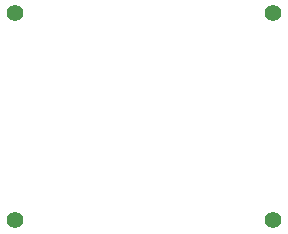
<source format=gbr>
%TF.GenerationSoftware,Novarm,DipTrace,3.2.0.1*%
%TF.CreationDate,2019-10-13T00:02:09+02:00*%
%FSLAX35Y35*%
%MOMM*%
%TF.FileFunction,NonPlated,1,2,NPTH,Drill*%
%TF.Part,Single*%
%TA.AperFunction,MechanicalDrill*%
%ADD28C,1.4*%
G75*
G01*
D28*
X1092500Y875000D3*
Y-875000D3*
X-1092500D3*
Y875000D3*
M02*

</source>
